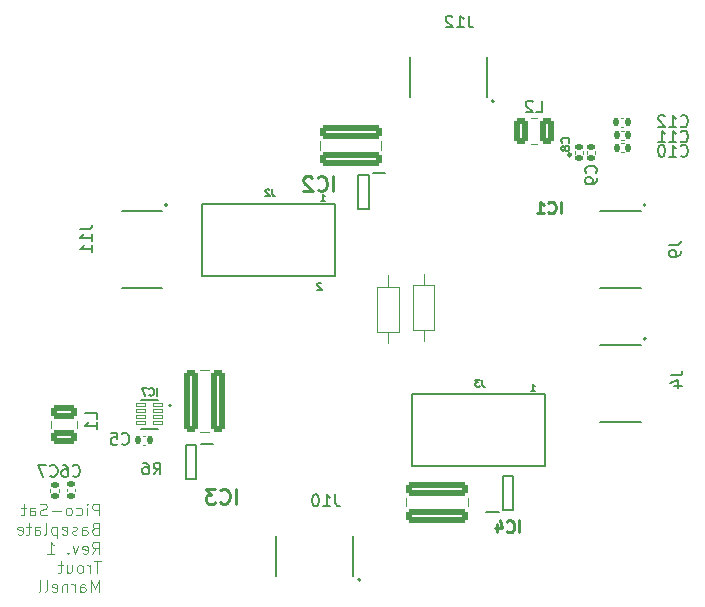
<source format=gbo>
G04 #@! TF.GenerationSoftware,KiCad,Pcbnew,7.0.2*
G04 #@! TF.CreationDate,2023-06-06T15:13:29-04:00*
G04 #@! TF.ProjectId,baseplate,62617365-706c-4617-9465-2e6b69636164,rev?*
G04 #@! TF.SameCoordinates,Original*
G04 #@! TF.FileFunction,Legend,Bot*
G04 #@! TF.FilePolarity,Positive*
%FSLAX46Y46*%
G04 Gerber Fmt 4.6, Leading zero omitted, Abs format (unit mm)*
G04 Created by KiCad (PCBNEW 7.0.2) date 2023-06-06 15:13:29*
%MOMM*%
%LPD*%
G01*
G04 APERTURE LIST*
G04 Aperture macros list*
%AMRoundRect*
0 Rectangle with rounded corners*
0 $1 Rounding radius*
0 $2 $3 $4 $5 $6 $7 $8 $9 X,Y pos of 4 corners*
0 Add a 4 corners polygon primitive as box body*
4,1,4,$2,$3,$4,$5,$6,$7,$8,$9,$2,$3,0*
0 Add four circle primitives for the rounded corners*
1,1,$1+$1,$2,$3*
1,1,$1+$1,$4,$5*
1,1,$1+$1,$6,$7*
1,1,$1+$1,$8,$9*
0 Add four rect primitives between the rounded corners*
20,1,$1+$1,$2,$3,$4,$5,0*
20,1,$1+$1,$4,$5,$6,$7,0*
20,1,$1+$1,$6,$7,$8,$9,0*
20,1,$1+$1,$8,$9,$2,$3,0*%
G04 Aperture macros list end*
%ADD10C,0.100000*%
%ADD11C,0.150000*%
%ADD12C,0.250000*%
%ADD13C,0.254000*%
%ADD14C,0.127000*%
%ADD15C,0.120000*%
%ADD16C,0.200000*%
%ADD17R,1.800000X1.800000*%
%ADD18C,1.800000*%
%ADD19R,0.736600X1.676400*%
%ADD20RoundRect,0.140000X-0.170000X0.140000X-0.170000X-0.140000X0.170000X-0.140000X0.170000X0.140000X0*%
%ADD21RoundRect,0.140000X-0.140000X-0.170000X0.140000X-0.170000X0.140000X0.170000X-0.140000X0.170000X0*%
%ADD22RoundRect,0.250000X2.350000X-0.325000X2.350000X0.325000X-2.350000X0.325000X-2.350000X-0.325000X0*%
%ADD23R,0.740000X2.790000*%
%ADD24RoundRect,0.008100X0.421900X0.126900X-0.421900X0.126900X-0.421900X-0.126900X0.421900X-0.126900X0*%
%ADD25R,0.650000X0.300000*%
%ADD26R,1.750000X2.750000*%
%ADD27RoundRect,0.140000X0.140000X0.170000X-0.140000X0.170000X-0.140000X-0.170000X0.140000X-0.170000X0*%
%ADD28R,0.150000X0.250000*%
%ADD29R,0.500000X0.250000*%
%ADD30R,2.790000X0.740000*%
%ADD31R,1.050000X0.450000*%
%ADD32RoundRect,0.250000X0.850000X-0.375000X0.850000X0.375000X-0.850000X0.375000X-0.850000X-0.375000X0*%
%ADD33RoundRect,0.250000X-0.325000X-2.350000X0.325000X-2.350000X0.325000X2.350000X-0.325000X2.350000X0*%
%ADD34C,1.400000*%
%ADD35O,1.400000X1.400000*%
%ADD36RoundRect,0.250000X0.375000X0.850000X-0.375000X0.850000X-0.375000X-0.850000X0.375000X-0.850000X0*%
G04 APERTURE END LIST*
D10*
X73091904Y-79837619D02*
X73091904Y-78837619D01*
X73091904Y-78837619D02*
X72710952Y-78837619D01*
X72710952Y-78837619D02*
X72615714Y-78885238D01*
X72615714Y-78885238D02*
X72568095Y-78932857D01*
X72568095Y-78932857D02*
X72520476Y-79028095D01*
X72520476Y-79028095D02*
X72520476Y-79170952D01*
X72520476Y-79170952D02*
X72568095Y-79266190D01*
X72568095Y-79266190D02*
X72615714Y-79313809D01*
X72615714Y-79313809D02*
X72710952Y-79361428D01*
X72710952Y-79361428D02*
X73091904Y-79361428D01*
X72091904Y-79837619D02*
X72091904Y-79170952D01*
X72091904Y-78837619D02*
X72139523Y-78885238D01*
X72139523Y-78885238D02*
X72091904Y-78932857D01*
X72091904Y-78932857D02*
X72044285Y-78885238D01*
X72044285Y-78885238D02*
X72091904Y-78837619D01*
X72091904Y-78837619D02*
X72091904Y-78932857D01*
X71187143Y-79790000D02*
X71282381Y-79837619D01*
X71282381Y-79837619D02*
X71472857Y-79837619D01*
X71472857Y-79837619D02*
X71568095Y-79790000D01*
X71568095Y-79790000D02*
X71615714Y-79742380D01*
X71615714Y-79742380D02*
X71663333Y-79647142D01*
X71663333Y-79647142D02*
X71663333Y-79361428D01*
X71663333Y-79361428D02*
X71615714Y-79266190D01*
X71615714Y-79266190D02*
X71568095Y-79218571D01*
X71568095Y-79218571D02*
X71472857Y-79170952D01*
X71472857Y-79170952D02*
X71282381Y-79170952D01*
X71282381Y-79170952D02*
X71187143Y-79218571D01*
X70615714Y-79837619D02*
X70710952Y-79790000D01*
X70710952Y-79790000D02*
X70758571Y-79742380D01*
X70758571Y-79742380D02*
X70806190Y-79647142D01*
X70806190Y-79647142D02*
X70806190Y-79361428D01*
X70806190Y-79361428D02*
X70758571Y-79266190D01*
X70758571Y-79266190D02*
X70710952Y-79218571D01*
X70710952Y-79218571D02*
X70615714Y-79170952D01*
X70615714Y-79170952D02*
X70472857Y-79170952D01*
X70472857Y-79170952D02*
X70377619Y-79218571D01*
X70377619Y-79218571D02*
X70330000Y-79266190D01*
X70330000Y-79266190D02*
X70282381Y-79361428D01*
X70282381Y-79361428D02*
X70282381Y-79647142D01*
X70282381Y-79647142D02*
X70330000Y-79742380D01*
X70330000Y-79742380D02*
X70377619Y-79790000D01*
X70377619Y-79790000D02*
X70472857Y-79837619D01*
X70472857Y-79837619D02*
X70615714Y-79837619D01*
X69853809Y-79456666D02*
X69091905Y-79456666D01*
X68663333Y-79790000D02*
X68520476Y-79837619D01*
X68520476Y-79837619D02*
X68282381Y-79837619D01*
X68282381Y-79837619D02*
X68187143Y-79790000D01*
X68187143Y-79790000D02*
X68139524Y-79742380D01*
X68139524Y-79742380D02*
X68091905Y-79647142D01*
X68091905Y-79647142D02*
X68091905Y-79551904D01*
X68091905Y-79551904D02*
X68139524Y-79456666D01*
X68139524Y-79456666D02*
X68187143Y-79409047D01*
X68187143Y-79409047D02*
X68282381Y-79361428D01*
X68282381Y-79361428D02*
X68472857Y-79313809D01*
X68472857Y-79313809D02*
X68568095Y-79266190D01*
X68568095Y-79266190D02*
X68615714Y-79218571D01*
X68615714Y-79218571D02*
X68663333Y-79123333D01*
X68663333Y-79123333D02*
X68663333Y-79028095D01*
X68663333Y-79028095D02*
X68615714Y-78932857D01*
X68615714Y-78932857D02*
X68568095Y-78885238D01*
X68568095Y-78885238D02*
X68472857Y-78837619D01*
X68472857Y-78837619D02*
X68234762Y-78837619D01*
X68234762Y-78837619D02*
X68091905Y-78885238D01*
X67234762Y-79837619D02*
X67234762Y-79313809D01*
X67234762Y-79313809D02*
X67282381Y-79218571D01*
X67282381Y-79218571D02*
X67377619Y-79170952D01*
X67377619Y-79170952D02*
X67568095Y-79170952D01*
X67568095Y-79170952D02*
X67663333Y-79218571D01*
X67234762Y-79790000D02*
X67330000Y-79837619D01*
X67330000Y-79837619D02*
X67568095Y-79837619D01*
X67568095Y-79837619D02*
X67663333Y-79790000D01*
X67663333Y-79790000D02*
X67710952Y-79694761D01*
X67710952Y-79694761D02*
X67710952Y-79599523D01*
X67710952Y-79599523D02*
X67663333Y-79504285D01*
X67663333Y-79504285D02*
X67568095Y-79456666D01*
X67568095Y-79456666D02*
X67330000Y-79456666D01*
X67330000Y-79456666D02*
X67234762Y-79409047D01*
X66901428Y-79170952D02*
X66520476Y-79170952D01*
X66758571Y-78837619D02*
X66758571Y-79694761D01*
X66758571Y-79694761D02*
X66710952Y-79790000D01*
X66710952Y-79790000D02*
X66615714Y-79837619D01*
X66615714Y-79837619D02*
X66520476Y-79837619D01*
X72758571Y-80933809D02*
X72615714Y-80981428D01*
X72615714Y-80981428D02*
X72568095Y-81029047D01*
X72568095Y-81029047D02*
X72520476Y-81124285D01*
X72520476Y-81124285D02*
X72520476Y-81267142D01*
X72520476Y-81267142D02*
X72568095Y-81362380D01*
X72568095Y-81362380D02*
X72615714Y-81410000D01*
X72615714Y-81410000D02*
X72710952Y-81457619D01*
X72710952Y-81457619D02*
X73091904Y-81457619D01*
X73091904Y-81457619D02*
X73091904Y-80457619D01*
X73091904Y-80457619D02*
X72758571Y-80457619D01*
X72758571Y-80457619D02*
X72663333Y-80505238D01*
X72663333Y-80505238D02*
X72615714Y-80552857D01*
X72615714Y-80552857D02*
X72568095Y-80648095D01*
X72568095Y-80648095D02*
X72568095Y-80743333D01*
X72568095Y-80743333D02*
X72615714Y-80838571D01*
X72615714Y-80838571D02*
X72663333Y-80886190D01*
X72663333Y-80886190D02*
X72758571Y-80933809D01*
X72758571Y-80933809D02*
X73091904Y-80933809D01*
X71663333Y-81457619D02*
X71663333Y-80933809D01*
X71663333Y-80933809D02*
X71710952Y-80838571D01*
X71710952Y-80838571D02*
X71806190Y-80790952D01*
X71806190Y-80790952D02*
X71996666Y-80790952D01*
X71996666Y-80790952D02*
X72091904Y-80838571D01*
X71663333Y-81410000D02*
X71758571Y-81457619D01*
X71758571Y-81457619D02*
X71996666Y-81457619D01*
X71996666Y-81457619D02*
X72091904Y-81410000D01*
X72091904Y-81410000D02*
X72139523Y-81314761D01*
X72139523Y-81314761D02*
X72139523Y-81219523D01*
X72139523Y-81219523D02*
X72091904Y-81124285D01*
X72091904Y-81124285D02*
X71996666Y-81076666D01*
X71996666Y-81076666D02*
X71758571Y-81076666D01*
X71758571Y-81076666D02*
X71663333Y-81029047D01*
X71234761Y-81410000D02*
X71139523Y-81457619D01*
X71139523Y-81457619D02*
X70949047Y-81457619D01*
X70949047Y-81457619D02*
X70853809Y-81410000D01*
X70853809Y-81410000D02*
X70806190Y-81314761D01*
X70806190Y-81314761D02*
X70806190Y-81267142D01*
X70806190Y-81267142D02*
X70853809Y-81171904D01*
X70853809Y-81171904D02*
X70949047Y-81124285D01*
X70949047Y-81124285D02*
X71091904Y-81124285D01*
X71091904Y-81124285D02*
X71187142Y-81076666D01*
X71187142Y-81076666D02*
X71234761Y-80981428D01*
X71234761Y-80981428D02*
X71234761Y-80933809D01*
X71234761Y-80933809D02*
X71187142Y-80838571D01*
X71187142Y-80838571D02*
X71091904Y-80790952D01*
X71091904Y-80790952D02*
X70949047Y-80790952D01*
X70949047Y-80790952D02*
X70853809Y-80838571D01*
X69996666Y-81410000D02*
X70091904Y-81457619D01*
X70091904Y-81457619D02*
X70282380Y-81457619D01*
X70282380Y-81457619D02*
X70377618Y-81410000D01*
X70377618Y-81410000D02*
X70425237Y-81314761D01*
X70425237Y-81314761D02*
X70425237Y-80933809D01*
X70425237Y-80933809D02*
X70377618Y-80838571D01*
X70377618Y-80838571D02*
X70282380Y-80790952D01*
X70282380Y-80790952D02*
X70091904Y-80790952D01*
X70091904Y-80790952D02*
X69996666Y-80838571D01*
X69996666Y-80838571D02*
X69949047Y-80933809D01*
X69949047Y-80933809D02*
X69949047Y-81029047D01*
X69949047Y-81029047D02*
X70425237Y-81124285D01*
X69520475Y-80790952D02*
X69520475Y-81790952D01*
X69520475Y-80838571D02*
X69425237Y-80790952D01*
X69425237Y-80790952D02*
X69234761Y-80790952D01*
X69234761Y-80790952D02*
X69139523Y-80838571D01*
X69139523Y-80838571D02*
X69091904Y-80886190D01*
X69091904Y-80886190D02*
X69044285Y-80981428D01*
X69044285Y-80981428D02*
X69044285Y-81267142D01*
X69044285Y-81267142D02*
X69091904Y-81362380D01*
X69091904Y-81362380D02*
X69139523Y-81410000D01*
X69139523Y-81410000D02*
X69234761Y-81457619D01*
X69234761Y-81457619D02*
X69425237Y-81457619D01*
X69425237Y-81457619D02*
X69520475Y-81410000D01*
X68472856Y-81457619D02*
X68568094Y-81410000D01*
X68568094Y-81410000D02*
X68615713Y-81314761D01*
X68615713Y-81314761D02*
X68615713Y-80457619D01*
X67663332Y-81457619D02*
X67663332Y-80933809D01*
X67663332Y-80933809D02*
X67710951Y-80838571D01*
X67710951Y-80838571D02*
X67806189Y-80790952D01*
X67806189Y-80790952D02*
X67996665Y-80790952D01*
X67996665Y-80790952D02*
X68091903Y-80838571D01*
X67663332Y-81410000D02*
X67758570Y-81457619D01*
X67758570Y-81457619D02*
X67996665Y-81457619D01*
X67996665Y-81457619D02*
X68091903Y-81410000D01*
X68091903Y-81410000D02*
X68139522Y-81314761D01*
X68139522Y-81314761D02*
X68139522Y-81219523D01*
X68139522Y-81219523D02*
X68091903Y-81124285D01*
X68091903Y-81124285D02*
X67996665Y-81076666D01*
X67996665Y-81076666D02*
X67758570Y-81076666D01*
X67758570Y-81076666D02*
X67663332Y-81029047D01*
X67329998Y-80790952D02*
X66949046Y-80790952D01*
X67187141Y-80457619D02*
X67187141Y-81314761D01*
X67187141Y-81314761D02*
X67139522Y-81410000D01*
X67139522Y-81410000D02*
X67044284Y-81457619D01*
X67044284Y-81457619D02*
X66949046Y-81457619D01*
X66234760Y-81410000D02*
X66329998Y-81457619D01*
X66329998Y-81457619D02*
X66520474Y-81457619D01*
X66520474Y-81457619D02*
X66615712Y-81410000D01*
X66615712Y-81410000D02*
X66663331Y-81314761D01*
X66663331Y-81314761D02*
X66663331Y-80933809D01*
X66663331Y-80933809D02*
X66615712Y-80838571D01*
X66615712Y-80838571D02*
X66520474Y-80790952D01*
X66520474Y-80790952D02*
X66329998Y-80790952D01*
X66329998Y-80790952D02*
X66234760Y-80838571D01*
X66234760Y-80838571D02*
X66187141Y-80933809D01*
X66187141Y-80933809D02*
X66187141Y-81029047D01*
X66187141Y-81029047D02*
X66663331Y-81124285D01*
X72520476Y-83077619D02*
X72853809Y-82601428D01*
X73091904Y-83077619D02*
X73091904Y-82077619D01*
X73091904Y-82077619D02*
X72710952Y-82077619D01*
X72710952Y-82077619D02*
X72615714Y-82125238D01*
X72615714Y-82125238D02*
X72568095Y-82172857D01*
X72568095Y-82172857D02*
X72520476Y-82268095D01*
X72520476Y-82268095D02*
X72520476Y-82410952D01*
X72520476Y-82410952D02*
X72568095Y-82506190D01*
X72568095Y-82506190D02*
X72615714Y-82553809D01*
X72615714Y-82553809D02*
X72710952Y-82601428D01*
X72710952Y-82601428D02*
X73091904Y-82601428D01*
X71710952Y-83030000D02*
X71806190Y-83077619D01*
X71806190Y-83077619D02*
X71996666Y-83077619D01*
X71996666Y-83077619D02*
X72091904Y-83030000D01*
X72091904Y-83030000D02*
X72139523Y-82934761D01*
X72139523Y-82934761D02*
X72139523Y-82553809D01*
X72139523Y-82553809D02*
X72091904Y-82458571D01*
X72091904Y-82458571D02*
X71996666Y-82410952D01*
X71996666Y-82410952D02*
X71806190Y-82410952D01*
X71806190Y-82410952D02*
X71710952Y-82458571D01*
X71710952Y-82458571D02*
X71663333Y-82553809D01*
X71663333Y-82553809D02*
X71663333Y-82649047D01*
X71663333Y-82649047D02*
X72139523Y-82744285D01*
X71329999Y-82410952D02*
X71091904Y-83077619D01*
X71091904Y-83077619D02*
X70853809Y-82410952D01*
X70472856Y-82982380D02*
X70425237Y-83030000D01*
X70425237Y-83030000D02*
X70472856Y-83077619D01*
X70472856Y-83077619D02*
X70520475Y-83030000D01*
X70520475Y-83030000D02*
X70472856Y-82982380D01*
X70472856Y-82982380D02*
X70472856Y-83077619D01*
X68710952Y-83077619D02*
X69282380Y-83077619D01*
X68996666Y-83077619D02*
X68996666Y-82077619D01*
X68996666Y-82077619D02*
X69091904Y-82220476D01*
X69091904Y-82220476D02*
X69187142Y-82315714D01*
X69187142Y-82315714D02*
X69282380Y-82363333D01*
X73234761Y-83697619D02*
X72663333Y-83697619D01*
X72949047Y-84697619D02*
X72949047Y-83697619D01*
X72329999Y-84697619D02*
X72329999Y-84030952D01*
X72329999Y-84221428D02*
X72282380Y-84126190D01*
X72282380Y-84126190D02*
X72234761Y-84078571D01*
X72234761Y-84078571D02*
X72139523Y-84030952D01*
X72139523Y-84030952D02*
X72044285Y-84030952D01*
X71568094Y-84697619D02*
X71663332Y-84650000D01*
X71663332Y-84650000D02*
X71710951Y-84602380D01*
X71710951Y-84602380D02*
X71758570Y-84507142D01*
X71758570Y-84507142D02*
X71758570Y-84221428D01*
X71758570Y-84221428D02*
X71710951Y-84126190D01*
X71710951Y-84126190D02*
X71663332Y-84078571D01*
X71663332Y-84078571D02*
X71568094Y-84030952D01*
X71568094Y-84030952D02*
X71425237Y-84030952D01*
X71425237Y-84030952D02*
X71329999Y-84078571D01*
X71329999Y-84078571D02*
X71282380Y-84126190D01*
X71282380Y-84126190D02*
X71234761Y-84221428D01*
X71234761Y-84221428D02*
X71234761Y-84507142D01*
X71234761Y-84507142D02*
X71282380Y-84602380D01*
X71282380Y-84602380D02*
X71329999Y-84650000D01*
X71329999Y-84650000D02*
X71425237Y-84697619D01*
X71425237Y-84697619D02*
X71568094Y-84697619D01*
X70377618Y-84030952D02*
X70377618Y-84697619D01*
X70806189Y-84030952D02*
X70806189Y-84554761D01*
X70806189Y-84554761D02*
X70758570Y-84650000D01*
X70758570Y-84650000D02*
X70663332Y-84697619D01*
X70663332Y-84697619D02*
X70520475Y-84697619D01*
X70520475Y-84697619D02*
X70425237Y-84650000D01*
X70425237Y-84650000D02*
X70377618Y-84602380D01*
X70044284Y-84030952D02*
X69663332Y-84030952D01*
X69901427Y-83697619D02*
X69901427Y-84554761D01*
X69901427Y-84554761D02*
X69853808Y-84650000D01*
X69853808Y-84650000D02*
X69758570Y-84697619D01*
X69758570Y-84697619D02*
X69663332Y-84697619D01*
X73091904Y-86317619D02*
X73091904Y-85317619D01*
X73091904Y-85317619D02*
X72758571Y-86031904D01*
X72758571Y-86031904D02*
X72425238Y-85317619D01*
X72425238Y-85317619D02*
X72425238Y-86317619D01*
X71520476Y-86317619D02*
X71520476Y-85793809D01*
X71520476Y-85793809D02*
X71568095Y-85698571D01*
X71568095Y-85698571D02*
X71663333Y-85650952D01*
X71663333Y-85650952D02*
X71853809Y-85650952D01*
X71853809Y-85650952D02*
X71949047Y-85698571D01*
X71520476Y-86270000D02*
X71615714Y-86317619D01*
X71615714Y-86317619D02*
X71853809Y-86317619D01*
X71853809Y-86317619D02*
X71949047Y-86270000D01*
X71949047Y-86270000D02*
X71996666Y-86174761D01*
X71996666Y-86174761D02*
X71996666Y-86079523D01*
X71996666Y-86079523D02*
X71949047Y-85984285D01*
X71949047Y-85984285D02*
X71853809Y-85936666D01*
X71853809Y-85936666D02*
X71615714Y-85936666D01*
X71615714Y-85936666D02*
X71520476Y-85889047D01*
X71044285Y-86317619D02*
X71044285Y-85650952D01*
X71044285Y-85841428D02*
X70996666Y-85746190D01*
X70996666Y-85746190D02*
X70949047Y-85698571D01*
X70949047Y-85698571D02*
X70853809Y-85650952D01*
X70853809Y-85650952D02*
X70758571Y-85650952D01*
X70425237Y-85650952D02*
X70425237Y-86317619D01*
X70425237Y-85746190D02*
X70377618Y-85698571D01*
X70377618Y-85698571D02*
X70282380Y-85650952D01*
X70282380Y-85650952D02*
X70139523Y-85650952D01*
X70139523Y-85650952D02*
X70044285Y-85698571D01*
X70044285Y-85698571D02*
X69996666Y-85793809D01*
X69996666Y-85793809D02*
X69996666Y-86317619D01*
X69139523Y-86270000D02*
X69234761Y-86317619D01*
X69234761Y-86317619D02*
X69425237Y-86317619D01*
X69425237Y-86317619D02*
X69520475Y-86270000D01*
X69520475Y-86270000D02*
X69568094Y-86174761D01*
X69568094Y-86174761D02*
X69568094Y-85793809D01*
X69568094Y-85793809D02*
X69520475Y-85698571D01*
X69520475Y-85698571D02*
X69425237Y-85650952D01*
X69425237Y-85650952D02*
X69234761Y-85650952D01*
X69234761Y-85650952D02*
X69139523Y-85698571D01*
X69139523Y-85698571D02*
X69091904Y-85793809D01*
X69091904Y-85793809D02*
X69091904Y-85889047D01*
X69091904Y-85889047D02*
X69568094Y-85984285D01*
X68520475Y-86317619D02*
X68615713Y-86270000D01*
X68615713Y-86270000D02*
X68663332Y-86174761D01*
X68663332Y-86174761D02*
X68663332Y-85317619D01*
X67996665Y-86317619D02*
X68091903Y-86270000D01*
X68091903Y-86270000D02*
X68139522Y-86174761D01*
X68139522Y-86174761D02*
X68139522Y-85317619D01*
D11*
X105552625Y-68332414D02*
X105552625Y-68761806D01*
X105552625Y-68761806D02*
X105581251Y-68847684D01*
X105581251Y-68847684D02*
X105638503Y-68904937D01*
X105638503Y-68904937D02*
X105724382Y-68933563D01*
X105724382Y-68933563D02*
X105781634Y-68933563D01*
X105323616Y-68332414D02*
X104951476Y-68332414D01*
X104951476Y-68332414D02*
X105151859Y-68561423D01*
X105151859Y-68561423D02*
X105065981Y-68561423D01*
X105065981Y-68561423D02*
X105008729Y-68590049D01*
X105008729Y-68590049D02*
X104980102Y-68618675D01*
X104980102Y-68618675D02*
X104951476Y-68675927D01*
X104951476Y-68675927D02*
X104951476Y-68819058D01*
X104951476Y-68819058D02*
X104980102Y-68876310D01*
X104980102Y-68876310D02*
X105008729Y-68904937D01*
X105008729Y-68904937D02*
X105065981Y-68933563D01*
X105065981Y-68933563D02*
X105237738Y-68933563D01*
X105237738Y-68933563D02*
X105294990Y-68904937D01*
X105294990Y-68904937D02*
X105323616Y-68876310D01*
X109633858Y-69315395D02*
X109977361Y-69315395D01*
X109805610Y-69315395D02*
X109805610Y-68714264D01*
X109805610Y-68714264D02*
X109862860Y-68800140D01*
X109862860Y-68800140D02*
X109920111Y-68857390D01*
X109920111Y-68857390D02*
X109977361Y-68886016D01*
X70866666Y-76467380D02*
X70914285Y-76515000D01*
X70914285Y-76515000D02*
X71057142Y-76562619D01*
X71057142Y-76562619D02*
X71152380Y-76562619D01*
X71152380Y-76562619D02*
X71295237Y-76515000D01*
X71295237Y-76515000D02*
X71390475Y-76419761D01*
X71390475Y-76419761D02*
X71438094Y-76324523D01*
X71438094Y-76324523D02*
X71485713Y-76134047D01*
X71485713Y-76134047D02*
X71485713Y-75991190D01*
X71485713Y-75991190D02*
X71438094Y-75800714D01*
X71438094Y-75800714D02*
X71390475Y-75705476D01*
X71390475Y-75705476D02*
X71295237Y-75610238D01*
X71295237Y-75610238D02*
X71152380Y-75562619D01*
X71152380Y-75562619D02*
X71057142Y-75562619D01*
X71057142Y-75562619D02*
X70914285Y-75610238D01*
X70914285Y-75610238D02*
X70866666Y-75657857D01*
X70009523Y-75562619D02*
X70199999Y-75562619D01*
X70199999Y-75562619D02*
X70295237Y-75610238D01*
X70295237Y-75610238D02*
X70342856Y-75657857D01*
X70342856Y-75657857D02*
X70438094Y-75800714D01*
X70438094Y-75800714D02*
X70485713Y-75991190D01*
X70485713Y-75991190D02*
X70485713Y-76372142D01*
X70485713Y-76372142D02*
X70438094Y-76467380D01*
X70438094Y-76467380D02*
X70390475Y-76515000D01*
X70390475Y-76515000D02*
X70295237Y-76562619D01*
X70295237Y-76562619D02*
X70104761Y-76562619D01*
X70104761Y-76562619D02*
X70009523Y-76515000D01*
X70009523Y-76515000D02*
X69961904Y-76467380D01*
X69961904Y-76467380D02*
X69914285Y-76372142D01*
X69914285Y-76372142D02*
X69914285Y-76134047D01*
X69914285Y-76134047D02*
X69961904Y-76038809D01*
X69961904Y-76038809D02*
X70009523Y-75991190D01*
X70009523Y-75991190D02*
X70104761Y-75943571D01*
X70104761Y-75943571D02*
X70295237Y-75943571D01*
X70295237Y-75943571D02*
X70390475Y-75991190D01*
X70390475Y-75991190D02*
X70438094Y-76038809D01*
X70438094Y-76038809D02*
X70485713Y-76134047D01*
X122342857Y-46867380D02*
X122390476Y-46915000D01*
X122390476Y-46915000D02*
X122533333Y-46962619D01*
X122533333Y-46962619D02*
X122628571Y-46962619D01*
X122628571Y-46962619D02*
X122771428Y-46915000D01*
X122771428Y-46915000D02*
X122866666Y-46819761D01*
X122866666Y-46819761D02*
X122914285Y-46724523D01*
X122914285Y-46724523D02*
X122961904Y-46534047D01*
X122961904Y-46534047D02*
X122961904Y-46391190D01*
X122961904Y-46391190D02*
X122914285Y-46200714D01*
X122914285Y-46200714D02*
X122866666Y-46105476D01*
X122866666Y-46105476D02*
X122771428Y-46010238D01*
X122771428Y-46010238D02*
X122628571Y-45962619D01*
X122628571Y-45962619D02*
X122533333Y-45962619D01*
X122533333Y-45962619D02*
X122390476Y-46010238D01*
X122390476Y-46010238D02*
X122342857Y-46057857D01*
X121390476Y-46962619D02*
X121961904Y-46962619D01*
X121676190Y-46962619D02*
X121676190Y-45962619D01*
X121676190Y-45962619D02*
X121771428Y-46105476D01*
X121771428Y-46105476D02*
X121866666Y-46200714D01*
X121866666Y-46200714D02*
X121961904Y-46248333D01*
X121009523Y-46057857D02*
X120961904Y-46010238D01*
X120961904Y-46010238D02*
X120866666Y-45962619D01*
X120866666Y-45962619D02*
X120628571Y-45962619D01*
X120628571Y-45962619D02*
X120533333Y-46010238D01*
X120533333Y-46010238D02*
X120485714Y-46057857D01*
X120485714Y-46057857D02*
X120438095Y-46153095D01*
X120438095Y-46153095D02*
X120438095Y-46248333D01*
X120438095Y-46248333D02*
X120485714Y-46391190D01*
X120485714Y-46391190D02*
X121057142Y-46962619D01*
X121057142Y-46962619D02*
X120438095Y-46962619D01*
X122342857Y-48167380D02*
X122390476Y-48215000D01*
X122390476Y-48215000D02*
X122533333Y-48262619D01*
X122533333Y-48262619D02*
X122628571Y-48262619D01*
X122628571Y-48262619D02*
X122771428Y-48215000D01*
X122771428Y-48215000D02*
X122866666Y-48119761D01*
X122866666Y-48119761D02*
X122914285Y-48024523D01*
X122914285Y-48024523D02*
X122961904Y-47834047D01*
X122961904Y-47834047D02*
X122961904Y-47691190D01*
X122961904Y-47691190D02*
X122914285Y-47500714D01*
X122914285Y-47500714D02*
X122866666Y-47405476D01*
X122866666Y-47405476D02*
X122771428Y-47310238D01*
X122771428Y-47310238D02*
X122628571Y-47262619D01*
X122628571Y-47262619D02*
X122533333Y-47262619D01*
X122533333Y-47262619D02*
X122390476Y-47310238D01*
X122390476Y-47310238D02*
X122342857Y-47357857D01*
X121390476Y-48262619D02*
X121961904Y-48262619D01*
X121676190Y-48262619D02*
X121676190Y-47262619D01*
X121676190Y-47262619D02*
X121771428Y-47405476D01*
X121771428Y-47405476D02*
X121866666Y-47500714D01*
X121866666Y-47500714D02*
X121961904Y-47548333D01*
X120438095Y-48262619D02*
X121009523Y-48262619D01*
X120723809Y-48262619D02*
X120723809Y-47262619D01*
X120723809Y-47262619D02*
X120819047Y-47405476D01*
X120819047Y-47405476D02*
X120914285Y-47500714D01*
X120914285Y-47500714D02*
X121009523Y-47548333D01*
X104400523Y-37516619D02*
X104400523Y-38230904D01*
X104400523Y-38230904D02*
X104448142Y-38373761D01*
X104448142Y-38373761D02*
X104543380Y-38469000D01*
X104543380Y-38469000D02*
X104686237Y-38516619D01*
X104686237Y-38516619D02*
X104781475Y-38516619D01*
X103400523Y-38516619D02*
X103971951Y-38516619D01*
X103686237Y-38516619D02*
X103686237Y-37516619D01*
X103686237Y-37516619D02*
X103781475Y-37659476D01*
X103781475Y-37659476D02*
X103876713Y-37754714D01*
X103876713Y-37754714D02*
X103971951Y-37802333D01*
X103019570Y-37611857D02*
X102971951Y-37564238D01*
X102971951Y-37564238D02*
X102876713Y-37516619D01*
X102876713Y-37516619D02*
X102638618Y-37516619D01*
X102638618Y-37516619D02*
X102543380Y-37564238D01*
X102543380Y-37564238D02*
X102495761Y-37611857D01*
X102495761Y-37611857D02*
X102448142Y-37707095D01*
X102448142Y-37707095D02*
X102448142Y-37802333D01*
X102448142Y-37802333D02*
X102495761Y-37945190D01*
X102495761Y-37945190D02*
X103067189Y-38516619D01*
X103067189Y-38516619D02*
X102448142Y-38516619D01*
X68966666Y-76467380D02*
X69014285Y-76515000D01*
X69014285Y-76515000D02*
X69157142Y-76562619D01*
X69157142Y-76562619D02*
X69252380Y-76562619D01*
X69252380Y-76562619D02*
X69395237Y-76515000D01*
X69395237Y-76515000D02*
X69490475Y-76419761D01*
X69490475Y-76419761D02*
X69538094Y-76324523D01*
X69538094Y-76324523D02*
X69585713Y-76134047D01*
X69585713Y-76134047D02*
X69585713Y-75991190D01*
X69585713Y-75991190D02*
X69538094Y-75800714D01*
X69538094Y-75800714D02*
X69490475Y-75705476D01*
X69490475Y-75705476D02*
X69395237Y-75610238D01*
X69395237Y-75610238D02*
X69252380Y-75562619D01*
X69252380Y-75562619D02*
X69157142Y-75562619D01*
X69157142Y-75562619D02*
X69014285Y-75610238D01*
X69014285Y-75610238D02*
X68966666Y-75657857D01*
X68633332Y-75562619D02*
X67966666Y-75562619D01*
X67966666Y-75562619D02*
X68395237Y-76562619D01*
X78024762Y-69696076D02*
X78024762Y-69056076D01*
X77354285Y-69635123D02*
X77384761Y-69665600D01*
X77384761Y-69665600D02*
X77476190Y-69696076D01*
X77476190Y-69696076D02*
X77537142Y-69696076D01*
X77537142Y-69696076D02*
X77628571Y-69665600D01*
X77628571Y-69665600D02*
X77689523Y-69604647D01*
X77689523Y-69604647D02*
X77720000Y-69543695D01*
X77720000Y-69543695D02*
X77750476Y-69421790D01*
X77750476Y-69421790D02*
X77750476Y-69330361D01*
X77750476Y-69330361D02*
X77720000Y-69208457D01*
X77720000Y-69208457D02*
X77689523Y-69147504D01*
X77689523Y-69147504D02*
X77628571Y-69086552D01*
X77628571Y-69086552D02*
X77537142Y-69056076D01*
X77537142Y-69056076D02*
X77476190Y-69056076D01*
X77476190Y-69056076D02*
X77384761Y-69086552D01*
X77384761Y-69086552D02*
X77354285Y-69117028D01*
X77140952Y-69056076D02*
X76714285Y-69056076D01*
X76714285Y-69056076D02*
X76988571Y-69696076D01*
D12*
X112176189Y-54262619D02*
X112176189Y-53262619D01*
X111128571Y-54167380D02*
X111176190Y-54215000D01*
X111176190Y-54215000D02*
X111319047Y-54262619D01*
X111319047Y-54262619D02*
X111414285Y-54262619D01*
X111414285Y-54262619D02*
X111557142Y-54215000D01*
X111557142Y-54215000D02*
X111652380Y-54119761D01*
X111652380Y-54119761D02*
X111699999Y-54024523D01*
X111699999Y-54024523D02*
X111747618Y-53834047D01*
X111747618Y-53834047D02*
X111747618Y-53691190D01*
X111747618Y-53691190D02*
X111699999Y-53500714D01*
X111699999Y-53500714D02*
X111652380Y-53405476D01*
X111652380Y-53405476D02*
X111557142Y-53310238D01*
X111557142Y-53310238D02*
X111414285Y-53262619D01*
X111414285Y-53262619D02*
X111319047Y-53262619D01*
X111319047Y-53262619D02*
X111176190Y-53310238D01*
X111176190Y-53310238D02*
X111128571Y-53357857D01*
X110176190Y-54262619D02*
X110747618Y-54262619D01*
X110461904Y-54262619D02*
X110461904Y-53262619D01*
X110461904Y-53262619D02*
X110557142Y-53405476D01*
X110557142Y-53405476D02*
X110652380Y-53500714D01*
X110652380Y-53500714D02*
X110747618Y-53548333D01*
D11*
X75026666Y-73757380D02*
X75074285Y-73805000D01*
X75074285Y-73805000D02*
X75217142Y-73852619D01*
X75217142Y-73852619D02*
X75312380Y-73852619D01*
X75312380Y-73852619D02*
X75455237Y-73805000D01*
X75455237Y-73805000D02*
X75550475Y-73709761D01*
X75550475Y-73709761D02*
X75598094Y-73614523D01*
X75598094Y-73614523D02*
X75645713Y-73424047D01*
X75645713Y-73424047D02*
X75645713Y-73281190D01*
X75645713Y-73281190D02*
X75598094Y-73090714D01*
X75598094Y-73090714D02*
X75550475Y-72995476D01*
X75550475Y-72995476D02*
X75455237Y-72900238D01*
X75455237Y-72900238D02*
X75312380Y-72852619D01*
X75312380Y-72852619D02*
X75217142Y-72852619D01*
X75217142Y-72852619D02*
X75074285Y-72900238D01*
X75074285Y-72900238D02*
X75026666Y-72947857D01*
X74121904Y-72852619D02*
X74598094Y-72852619D01*
X74598094Y-72852619D02*
X74645713Y-73328809D01*
X74645713Y-73328809D02*
X74598094Y-73281190D01*
X74598094Y-73281190D02*
X74502856Y-73233571D01*
X74502856Y-73233571D02*
X74264761Y-73233571D01*
X74264761Y-73233571D02*
X74169523Y-73281190D01*
X74169523Y-73281190D02*
X74121904Y-73328809D01*
X74121904Y-73328809D02*
X74074285Y-73424047D01*
X74074285Y-73424047D02*
X74074285Y-73662142D01*
X74074285Y-73662142D02*
X74121904Y-73757380D01*
X74121904Y-73757380D02*
X74169523Y-73805000D01*
X74169523Y-73805000D02*
X74264761Y-73852619D01*
X74264761Y-73852619D02*
X74502856Y-73852619D01*
X74502856Y-73852619D02*
X74598094Y-73805000D01*
X74598094Y-73805000D02*
X74645713Y-73757380D01*
X112857166Y-48283333D02*
X112890500Y-48250000D01*
X112890500Y-48250000D02*
X112923833Y-48150000D01*
X112923833Y-48150000D02*
X112923833Y-48083333D01*
X112923833Y-48083333D02*
X112890500Y-47983333D01*
X112890500Y-47983333D02*
X112823833Y-47916667D01*
X112823833Y-47916667D02*
X112757166Y-47883333D01*
X112757166Y-47883333D02*
X112623833Y-47850000D01*
X112623833Y-47850000D02*
X112523833Y-47850000D01*
X112523833Y-47850000D02*
X112390500Y-47883333D01*
X112390500Y-47883333D02*
X112323833Y-47916667D01*
X112323833Y-47916667D02*
X112257166Y-47983333D01*
X112257166Y-47983333D02*
X112223833Y-48083333D01*
X112223833Y-48083333D02*
X112223833Y-48150000D01*
X112223833Y-48150000D02*
X112257166Y-48250000D01*
X112257166Y-48250000D02*
X112290500Y-48283333D01*
X112523833Y-48683333D02*
X112490500Y-48616667D01*
X112490500Y-48616667D02*
X112457166Y-48583333D01*
X112457166Y-48583333D02*
X112390500Y-48550000D01*
X112390500Y-48550000D02*
X112357166Y-48550000D01*
X112357166Y-48550000D02*
X112290500Y-48583333D01*
X112290500Y-48583333D02*
X112257166Y-48616667D01*
X112257166Y-48616667D02*
X112223833Y-48683333D01*
X112223833Y-48683333D02*
X112223833Y-48816667D01*
X112223833Y-48816667D02*
X112257166Y-48883333D01*
X112257166Y-48883333D02*
X112290500Y-48916667D01*
X112290500Y-48916667D02*
X112357166Y-48950000D01*
X112357166Y-48950000D02*
X112390500Y-48950000D01*
X112390500Y-48950000D02*
X112457166Y-48916667D01*
X112457166Y-48916667D02*
X112490500Y-48883333D01*
X112490500Y-48883333D02*
X112523833Y-48816667D01*
X112523833Y-48816667D02*
X112523833Y-48683333D01*
X112523833Y-48683333D02*
X112557166Y-48616667D01*
X112557166Y-48616667D02*
X112590500Y-48583333D01*
X112590500Y-48583333D02*
X112657166Y-48550000D01*
X112657166Y-48550000D02*
X112790500Y-48550000D01*
X112790500Y-48550000D02*
X112857166Y-48583333D01*
X112857166Y-48583333D02*
X112890500Y-48616667D01*
X112890500Y-48616667D02*
X112923833Y-48683333D01*
X112923833Y-48683333D02*
X112923833Y-48816667D01*
X112923833Y-48816667D02*
X112890500Y-48883333D01*
X112890500Y-48883333D02*
X112857166Y-48916667D01*
X112857166Y-48916667D02*
X112790500Y-48950000D01*
X112790500Y-48950000D02*
X112657166Y-48950000D01*
X112657166Y-48950000D02*
X112590500Y-48916667D01*
X112590500Y-48916667D02*
X112557166Y-48883333D01*
X112557166Y-48883333D02*
X112523833Y-48816667D01*
X121362619Y-56946666D02*
X122076904Y-56946666D01*
X122076904Y-56946666D02*
X122219761Y-56899047D01*
X122219761Y-56899047D02*
X122315000Y-56803809D01*
X122315000Y-56803809D02*
X122362619Y-56660952D01*
X122362619Y-56660952D02*
X122362619Y-56565714D01*
X122362619Y-57470476D02*
X122362619Y-57660952D01*
X122362619Y-57660952D02*
X122315000Y-57756190D01*
X122315000Y-57756190D02*
X122267380Y-57803809D01*
X122267380Y-57803809D02*
X122124523Y-57899047D01*
X122124523Y-57899047D02*
X121934047Y-57946666D01*
X121934047Y-57946666D02*
X121553095Y-57946666D01*
X121553095Y-57946666D02*
X121457857Y-57899047D01*
X121457857Y-57899047D02*
X121410238Y-57851428D01*
X121410238Y-57851428D02*
X121362619Y-57756190D01*
X121362619Y-57756190D02*
X121362619Y-57565714D01*
X121362619Y-57565714D02*
X121410238Y-57470476D01*
X121410238Y-57470476D02*
X121457857Y-57422857D01*
X121457857Y-57422857D02*
X121553095Y-57375238D01*
X121553095Y-57375238D02*
X121791190Y-57375238D01*
X121791190Y-57375238D02*
X121886428Y-57422857D01*
X121886428Y-57422857D02*
X121934047Y-57470476D01*
X121934047Y-57470476D02*
X121981666Y-57565714D01*
X121981666Y-57565714D02*
X121981666Y-57756190D01*
X121981666Y-57756190D02*
X121934047Y-57851428D01*
X121934047Y-57851428D02*
X121886428Y-57899047D01*
X121886428Y-57899047D02*
X121791190Y-57946666D01*
X71516619Y-55599476D02*
X72230904Y-55599476D01*
X72230904Y-55599476D02*
X72373761Y-55551857D01*
X72373761Y-55551857D02*
X72469000Y-55456619D01*
X72469000Y-55456619D02*
X72516619Y-55313762D01*
X72516619Y-55313762D02*
X72516619Y-55218524D01*
X72516619Y-56599476D02*
X72516619Y-56028048D01*
X72516619Y-56313762D02*
X71516619Y-56313762D01*
X71516619Y-56313762D02*
X71659476Y-56218524D01*
X71659476Y-56218524D02*
X71754714Y-56123286D01*
X71754714Y-56123286D02*
X71802333Y-56028048D01*
X72516619Y-57551857D02*
X72516619Y-56980429D01*
X72516619Y-57266143D02*
X71516619Y-57266143D01*
X71516619Y-57266143D02*
X71659476Y-57170905D01*
X71659476Y-57170905D02*
X71754714Y-57075667D01*
X71754714Y-57075667D02*
X71802333Y-56980429D01*
D13*
X92939762Y-52387526D02*
X92939762Y-51117526D01*
X91609285Y-52266573D02*
X91669761Y-52327050D01*
X91669761Y-52327050D02*
X91851190Y-52387526D01*
X91851190Y-52387526D02*
X91972142Y-52387526D01*
X91972142Y-52387526D02*
X92153571Y-52327050D01*
X92153571Y-52327050D02*
X92274523Y-52206097D01*
X92274523Y-52206097D02*
X92335000Y-52085145D01*
X92335000Y-52085145D02*
X92395476Y-51843240D01*
X92395476Y-51843240D02*
X92395476Y-51661811D01*
X92395476Y-51661811D02*
X92335000Y-51419907D01*
X92335000Y-51419907D02*
X92274523Y-51298954D01*
X92274523Y-51298954D02*
X92153571Y-51178002D01*
X92153571Y-51178002D02*
X91972142Y-51117526D01*
X91972142Y-51117526D02*
X91851190Y-51117526D01*
X91851190Y-51117526D02*
X91669761Y-51178002D01*
X91669761Y-51178002D02*
X91609285Y-51238478D01*
X91125476Y-51238478D02*
X91065000Y-51178002D01*
X91065000Y-51178002D02*
X90944047Y-51117526D01*
X90944047Y-51117526D02*
X90641666Y-51117526D01*
X90641666Y-51117526D02*
X90520714Y-51178002D01*
X90520714Y-51178002D02*
X90460238Y-51238478D01*
X90460238Y-51238478D02*
X90399761Y-51359430D01*
X90399761Y-51359430D02*
X90399761Y-51480383D01*
X90399761Y-51480383D02*
X90460238Y-51661811D01*
X90460238Y-51661811D02*
X91185952Y-52387526D01*
X91185952Y-52387526D02*
X90399761Y-52387526D01*
D11*
X121487619Y-67966666D02*
X122201904Y-67966666D01*
X122201904Y-67966666D02*
X122344761Y-67919047D01*
X122344761Y-67919047D02*
X122440000Y-67823809D01*
X122440000Y-67823809D02*
X122487619Y-67680952D01*
X122487619Y-67680952D02*
X122487619Y-67585714D01*
X121820952Y-68871428D02*
X122487619Y-68871428D01*
X121440000Y-68633333D02*
X122154285Y-68395238D01*
X122154285Y-68395238D02*
X122154285Y-69014285D01*
X72922619Y-71653333D02*
X72922619Y-71177143D01*
X72922619Y-71177143D02*
X71922619Y-71177143D01*
X72922619Y-72510476D02*
X72922619Y-71939048D01*
X72922619Y-72224762D02*
X71922619Y-72224762D01*
X71922619Y-72224762D02*
X72065476Y-72129524D01*
X72065476Y-72129524D02*
X72160714Y-72034286D01*
X72160714Y-72034286D02*
X72208333Y-71939048D01*
D13*
X84699762Y-78857526D02*
X84699762Y-77587526D01*
X83369285Y-78736573D02*
X83429761Y-78797050D01*
X83429761Y-78797050D02*
X83611190Y-78857526D01*
X83611190Y-78857526D02*
X83732142Y-78857526D01*
X83732142Y-78857526D02*
X83913571Y-78797050D01*
X83913571Y-78797050D02*
X84034523Y-78676097D01*
X84034523Y-78676097D02*
X84095000Y-78555145D01*
X84095000Y-78555145D02*
X84155476Y-78313240D01*
X84155476Y-78313240D02*
X84155476Y-78131811D01*
X84155476Y-78131811D02*
X84095000Y-77889907D01*
X84095000Y-77889907D02*
X84034523Y-77768954D01*
X84034523Y-77768954D02*
X83913571Y-77648002D01*
X83913571Y-77648002D02*
X83732142Y-77587526D01*
X83732142Y-77587526D02*
X83611190Y-77587526D01*
X83611190Y-77587526D02*
X83429761Y-77648002D01*
X83429761Y-77648002D02*
X83369285Y-77708478D01*
X82945952Y-77587526D02*
X82159761Y-77587526D01*
X82159761Y-77587526D02*
X82583095Y-78071335D01*
X82583095Y-78071335D02*
X82401666Y-78071335D01*
X82401666Y-78071335D02*
X82280714Y-78131811D01*
X82280714Y-78131811D02*
X82220238Y-78192288D01*
X82220238Y-78192288D02*
X82159761Y-78313240D01*
X82159761Y-78313240D02*
X82159761Y-78615621D01*
X82159761Y-78615621D02*
X82220238Y-78736573D01*
X82220238Y-78736573D02*
X82280714Y-78797050D01*
X82280714Y-78797050D02*
X82401666Y-78857526D01*
X82401666Y-78857526D02*
X82764523Y-78857526D01*
X82764523Y-78857526D02*
X82885476Y-78797050D01*
X82885476Y-78797050D02*
X82945952Y-78736573D01*
D12*
X108676189Y-81262619D02*
X108676189Y-80262619D01*
X107628571Y-81167380D02*
X107676190Y-81215000D01*
X107676190Y-81215000D02*
X107819047Y-81262619D01*
X107819047Y-81262619D02*
X107914285Y-81262619D01*
X107914285Y-81262619D02*
X108057142Y-81215000D01*
X108057142Y-81215000D02*
X108152380Y-81119761D01*
X108152380Y-81119761D02*
X108199999Y-81024523D01*
X108199999Y-81024523D02*
X108247618Y-80834047D01*
X108247618Y-80834047D02*
X108247618Y-80691190D01*
X108247618Y-80691190D02*
X108199999Y-80500714D01*
X108199999Y-80500714D02*
X108152380Y-80405476D01*
X108152380Y-80405476D02*
X108057142Y-80310238D01*
X108057142Y-80310238D02*
X107914285Y-80262619D01*
X107914285Y-80262619D02*
X107819047Y-80262619D01*
X107819047Y-80262619D02*
X107676190Y-80310238D01*
X107676190Y-80310238D02*
X107628571Y-80357857D01*
X106771428Y-80595952D02*
X106771428Y-81262619D01*
X107009523Y-80215000D02*
X107247618Y-80929285D01*
X107247618Y-80929285D02*
X106628571Y-80929285D01*
D11*
X77716666Y-76362619D02*
X78049999Y-75886428D01*
X78288094Y-76362619D02*
X78288094Y-75362619D01*
X78288094Y-75362619D02*
X77907142Y-75362619D01*
X77907142Y-75362619D02*
X77811904Y-75410238D01*
X77811904Y-75410238D02*
X77764285Y-75457857D01*
X77764285Y-75457857D02*
X77716666Y-75553095D01*
X77716666Y-75553095D02*
X77716666Y-75695952D01*
X77716666Y-75695952D02*
X77764285Y-75791190D01*
X77764285Y-75791190D02*
X77811904Y-75838809D01*
X77811904Y-75838809D02*
X77907142Y-75886428D01*
X77907142Y-75886428D02*
X78288094Y-75886428D01*
X76859523Y-75362619D02*
X77049999Y-75362619D01*
X77049999Y-75362619D02*
X77145237Y-75410238D01*
X77145237Y-75410238D02*
X77192856Y-75457857D01*
X77192856Y-75457857D02*
X77288094Y-75600714D01*
X77288094Y-75600714D02*
X77335713Y-75791190D01*
X77335713Y-75791190D02*
X77335713Y-76172142D01*
X77335713Y-76172142D02*
X77288094Y-76267380D01*
X77288094Y-76267380D02*
X77240475Y-76315000D01*
X77240475Y-76315000D02*
X77145237Y-76362619D01*
X77145237Y-76362619D02*
X76954761Y-76362619D01*
X76954761Y-76362619D02*
X76859523Y-76315000D01*
X76859523Y-76315000D02*
X76811904Y-76267380D01*
X76811904Y-76267380D02*
X76764285Y-76172142D01*
X76764285Y-76172142D02*
X76764285Y-75934047D01*
X76764285Y-75934047D02*
X76811904Y-75838809D01*
X76811904Y-75838809D02*
X76859523Y-75791190D01*
X76859523Y-75791190D02*
X76954761Y-75743571D01*
X76954761Y-75743571D02*
X77145237Y-75743571D01*
X77145237Y-75743571D02*
X77240475Y-75791190D01*
X77240475Y-75791190D02*
X77288094Y-75838809D01*
X77288094Y-75838809D02*
X77335713Y-75934047D01*
X93080523Y-78046619D02*
X93080523Y-78760904D01*
X93080523Y-78760904D02*
X93128142Y-78903761D01*
X93128142Y-78903761D02*
X93223380Y-78999000D01*
X93223380Y-78999000D02*
X93366237Y-79046619D01*
X93366237Y-79046619D02*
X93461475Y-79046619D01*
X92080523Y-79046619D02*
X92651951Y-79046619D01*
X92366237Y-79046619D02*
X92366237Y-78046619D01*
X92366237Y-78046619D02*
X92461475Y-78189476D01*
X92461475Y-78189476D02*
X92556713Y-78284714D01*
X92556713Y-78284714D02*
X92651951Y-78332333D01*
X91461475Y-78046619D02*
X91366237Y-78046619D01*
X91366237Y-78046619D02*
X91270999Y-78094238D01*
X91270999Y-78094238D02*
X91223380Y-78141857D01*
X91223380Y-78141857D02*
X91175761Y-78237095D01*
X91175761Y-78237095D02*
X91128142Y-78427571D01*
X91128142Y-78427571D02*
X91128142Y-78665666D01*
X91128142Y-78665666D02*
X91175761Y-78856142D01*
X91175761Y-78856142D02*
X91223380Y-78951380D01*
X91223380Y-78951380D02*
X91270999Y-78999000D01*
X91270999Y-78999000D02*
X91366237Y-79046619D01*
X91366237Y-79046619D02*
X91461475Y-79046619D01*
X91461475Y-79046619D02*
X91556713Y-78999000D01*
X91556713Y-78999000D02*
X91604332Y-78951380D01*
X91604332Y-78951380D02*
X91651951Y-78856142D01*
X91651951Y-78856142D02*
X91699570Y-78665666D01*
X91699570Y-78665666D02*
X91699570Y-78427571D01*
X91699570Y-78427571D02*
X91651951Y-78237095D01*
X91651951Y-78237095D02*
X91604332Y-78141857D01*
X91604332Y-78141857D02*
X91556713Y-78094238D01*
X91556713Y-78094238D02*
X91461475Y-78046619D01*
X110091666Y-45712619D02*
X110567856Y-45712619D01*
X110567856Y-45712619D02*
X110567856Y-44712619D01*
X109805951Y-44807857D02*
X109758332Y-44760238D01*
X109758332Y-44760238D02*
X109663094Y-44712619D01*
X109663094Y-44712619D02*
X109424999Y-44712619D01*
X109424999Y-44712619D02*
X109329761Y-44760238D01*
X109329761Y-44760238D02*
X109282142Y-44807857D01*
X109282142Y-44807857D02*
X109234523Y-44903095D01*
X109234523Y-44903095D02*
X109234523Y-44998333D01*
X109234523Y-44998333D02*
X109282142Y-45141190D01*
X109282142Y-45141190D02*
X109853570Y-45712619D01*
X109853570Y-45712619D02*
X109234523Y-45712619D01*
X122342857Y-49367380D02*
X122390476Y-49415000D01*
X122390476Y-49415000D02*
X122533333Y-49462619D01*
X122533333Y-49462619D02*
X122628571Y-49462619D01*
X122628571Y-49462619D02*
X122771428Y-49415000D01*
X122771428Y-49415000D02*
X122866666Y-49319761D01*
X122866666Y-49319761D02*
X122914285Y-49224523D01*
X122914285Y-49224523D02*
X122961904Y-49034047D01*
X122961904Y-49034047D02*
X122961904Y-48891190D01*
X122961904Y-48891190D02*
X122914285Y-48700714D01*
X122914285Y-48700714D02*
X122866666Y-48605476D01*
X122866666Y-48605476D02*
X122771428Y-48510238D01*
X122771428Y-48510238D02*
X122628571Y-48462619D01*
X122628571Y-48462619D02*
X122533333Y-48462619D01*
X122533333Y-48462619D02*
X122390476Y-48510238D01*
X122390476Y-48510238D02*
X122342857Y-48557857D01*
X121390476Y-49462619D02*
X121961904Y-49462619D01*
X121676190Y-49462619D02*
X121676190Y-48462619D01*
X121676190Y-48462619D02*
X121771428Y-48605476D01*
X121771428Y-48605476D02*
X121866666Y-48700714D01*
X121866666Y-48700714D02*
X121961904Y-48748333D01*
X120771428Y-48462619D02*
X120676190Y-48462619D01*
X120676190Y-48462619D02*
X120580952Y-48510238D01*
X120580952Y-48510238D02*
X120533333Y-48557857D01*
X120533333Y-48557857D02*
X120485714Y-48653095D01*
X120485714Y-48653095D02*
X120438095Y-48843571D01*
X120438095Y-48843571D02*
X120438095Y-49081666D01*
X120438095Y-49081666D02*
X120485714Y-49272142D01*
X120485714Y-49272142D02*
X120533333Y-49367380D01*
X120533333Y-49367380D02*
X120580952Y-49415000D01*
X120580952Y-49415000D02*
X120676190Y-49462619D01*
X120676190Y-49462619D02*
X120771428Y-49462619D01*
X120771428Y-49462619D02*
X120866666Y-49415000D01*
X120866666Y-49415000D02*
X120914285Y-49367380D01*
X120914285Y-49367380D02*
X120961904Y-49272142D01*
X120961904Y-49272142D02*
X121009523Y-49081666D01*
X121009523Y-49081666D02*
X121009523Y-48843571D01*
X121009523Y-48843571D02*
X120961904Y-48653095D01*
X120961904Y-48653095D02*
X120914285Y-48557857D01*
X120914285Y-48557857D02*
X120866666Y-48510238D01*
X120866666Y-48510238D02*
X120771428Y-48462619D01*
X115167380Y-50833333D02*
X115215000Y-50785714D01*
X115215000Y-50785714D02*
X115262619Y-50642857D01*
X115262619Y-50642857D02*
X115262619Y-50547619D01*
X115262619Y-50547619D02*
X115215000Y-50404762D01*
X115215000Y-50404762D02*
X115119761Y-50309524D01*
X115119761Y-50309524D02*
X115024523Y-50261905D01*
X115024523Y-50261905D02*
X114834047Y-50214286D01*
X114834047Y-50214286D02*
X114691190Y-50214286D01*
X114691190Y-50214286D02*
X114500714Y-50261905D01*
X114500714Y-50261905D02*
X114405476Y-50309524D01*
X114405476Y-50309524D02*
X114310238Y-50404762D01*
X114310238Y-50404762D02*
X114262619Y-50547619D01*
X114262619Y-50547619D02*
X114262619Y-50642857D01*
X114262619Y-50642857D02*
X114310238Y-50785714D01*
X114310238Y-50785714D02*
X114357857Y-50833333D01*
X115262619Y-51309524D02*
X115262619Y-51500000D01*
X115262619Y-51500000D02*
X115215000Y-51595238D01*
X115215000Y-51595238D02*
X115167380Y-51642857D01*
X115167380Y-51642857D02*
X115024523Y-51738095D01*
X115024523Y-51738095D02*
X114834047Y-51785714D01*
X114834047Y-51785714D02*
X114453095Y-51785714D01*
X114453095Y-51785714D02*
X114357857Y-51738095D01*
X114357857Y-51738095D02*
X114310238Y-51690476D01*
X114310238Y-51690476D02*
X114262619Y-51595238D01*
X114262619Y-51595238D02*
X114262619Y-51404762D01*
X114262619Y-51404762D02*
X114310238Y-51309524D01*
X114310238Y-51309524D02*
X114357857Y-51261905D01*
X114357857Y-51261905D02*
X114453095Y-51214286D01*
X114453095Y-51214286D02*
X114691190Y-51214286D01*
X114691190Y-51214286D02*
X114786428Y-51261905D01*
X114786428Y-51261905D02*
X114834047Y-51309524D01*
X114834047Y-51309524D02*
X114881666Y-51404762D01*
X114881666Y-51404762D02*
X114881666Y-51595238D01*
X114881666Y-51595238D02*
X114834047Y-51690476D01*
X114834047Y-51690476D02*
X114786428Y-51738095D01*
X114786428Y-51738095D02*
X114691190Y-51785714D01*
X87777625Y-52232414D02*
X87777625Y-52661806D01*
X87777625Y-52661806D02*
X87806251Y-52747684D01*
X87806251Y-52747684D02*
X87863503Y-52804937D01*
X87863503Y-52804937D02*
X87949382Y-52833563D01*
X87949382Y-52833563D02*
X88006634Y-52833563D01*
X87519990Y-52289666D02*
X87491364Y-52261040D01*
X87491364Y-52261040D02*
X87434112Y-52232414D01*
X87434112Y-52232414D02*
X87290981Y-52232414D01*
X87290981Y-52232414D02*
X87233729Y-52261040D01*
X87233729Y-52261040D02*
X87205102Y-52289666D01*
X87205102Y-52289666D02*
X87176476Y-52346918D01*
X87176476Y-52346918D02*
X87176476Y-52404171D01*
X87176476Y-52404171D02*
X87205102Y-52490049D01*
X87205102Y-52490049D02*
X87548616Y-52833563D01*
X87548616Y-52833563D02*
X87176476Y-52833563D01*
X91858858Y-53215395D02*
X92202361Y-53215395D01*
X92030610Y-53215395D02*
X92030610Y-52614264D01*
X92030610Y-52614264D02*
X92087860Y-52700140D01*
X92087860Y-52700140D02*
X92145111Y-52757390D01*
X92145111Y-52757390D02*
X92202361Y-52786016D01*
X91921432Y-60184708D02*
X91892860Y-60156136D01*
X91892860Y-60156136D02*
X91835716Y-60127564D01*
X91835716Y-60127564D02*
X91692855Y-60127564D01*
X91692855Y-60127564D02*
X91635711Y-60156136D01*
X91635711Y-60156136D02*
X91607138Y-60184708D01*
X91607138Y-60184708D02*
X91578566Y-60241852D01*
X91578566Y-60241852D02*
X91578566Y-60298997D01*
X91578566Y-60298997D02*
X91607138Y-60384713D01*
X91607138Y-60384713D02*
X91950004Y-60727579D01*
X91950004Y-60727579D02*
X91578566Y-60727579D01*
D14*
X110863800Y-75660700D02*
X110863800Y-69539300D01*
X110863800Y-69539300D02*
X99586200Y-69539300D01*
X99586200Y-75660700D02*
X110863800Y-75660700D01*
X99586200Y-69539300D02*
X99586200Y-75660700D01*
D15*
X71090000Y-77572164D02*
X71090000Y-77787836D01*
X70370000Y-77572164D02*
X70370000Y-77787836D01*
X117282164Y-46190000D02*
X117497836Y-46190000D01*
X117282164Y-46910000D02*
X117497836Y-46910000D01*
X91790000Y-48886252D02*
X91790000Y-48163748D01*
X97010000Y-48886252D02*
X97010000Y-48163748D01*
X117312164Y-47290000D02*
X117527836Y-47290000D01*
X117312164Y-48010000D02*
X117527836Y-48010000D01*
D16*
X105920000Y-41020000D02*
X105920000Y-44450000D01*
X99400000Y-44450000D02*
X99400000Y-41020000D01*
X106550000Y-44770000D02*
G75*
G03*
X106550000Y-44770000I-100000J0D01*
G01*
D15*
X69690000Y-77632164D02*
X69690000Y-77847836D01*
X68970000Y-77632164D02*
X68970000Y-77847836D01*
D14*
X78125000Y-72485000D02*
X76625000Y-72485000D01*
X78125000Y-70075000D02*
X76625000Y-70075000D01*
D16*
X79220000Y-70530000D02*
G75*
G03*
X79220000Y-70530000I-100000J0D01*
G01*
D12*
X113050000Y-49300000D02*
G75*
G03*
X113050000Y-49300000I-125000J0D01*
G01*
D15*
X77027836Y-73850000D02*
X76812164Y-73850000D01*
X77027836Y-73130000D02*
X76812164Y-73130000D01*
X114090000Y-49012164D02*
X114090000Y-49227836D01*
X113370000Y-49012164D02*
X113370000Y-49227836D01*
D16*
X115550000Y-54080000D02*
X118980000Y-54080000D01*
X118980000Y-60600000D02*
X115550000Y-60600000D01*
X119400000Y-53550000D02*
G75*
G03*
X119400000Y-53550000I-100000J0D01*
G01*
X75020000Y-54080000D02*
X78450000Y-54080000D01*
X78450000Y-60600000D02*
X75020000Y-60600000D01*
X78870000Y-53550000D02*
G75*
G03*
X78870000Y-53550000I-100000J0D01*
G01*
X97325000Y-50875000D02*
X96275000Y-50875000D01*
X95925000Y-53875000D02*
X95925000Y-50975000D01*
X95925000Y-50975000D02*
X95025000Y-50975000D01*
X95025000Y-53875000D02*
X95925000Y-53875000D01*
X95025000Y-50975000D02*
X95025000Y-53875000D01*
D15*
X99100000Y-79081252D02*
X99100000Y-78358748D01*
X104320000Y-79081252D02*
X104320000Y-78358748D01*
D16*
X115550000Y-65400000D02*
X118980000Y-65400000D01*
X118980000Y-71920000D02*
X115550000Y-71920000D01*
X119400000Y-64870000D02*
G75*
G03*
X119400000Y-64870000I-100000J0D01*
G01*
D15*
X68990000Y-72401252D02*
X68990000Y-71878748D01*
X71210000Y-72401252D02*
X71210000Y-71878748D01*
D16*
X82750000Y-73750000D02*
X81700000Y-73750000D01*
X81350000Y-76750000D02*
X81350000Y-73850000D01*
X81350000Y-73850000D02*
X80450000Y-73850000D01*
X80450000Y-76750000D02*
X81350000Y-76750000D01*
X80450000Y-73850000D02*
X80450000Y-76750000D01*
X108190000Y-79420000D02*
X108190000Y-76520000D01*
X108190000Y-76520000D02*
X107290000Y-76520000D01*
X107290000Y-79420000D02*
X108190000Y-79420000D01*
X107290000Y-76520000D02*
X107290000Y-79420000D01*
X105890000Y-79520000D02*
X106940000Y-79520000D01*
D15*
X81663748Y-67540000D02*
X82386252Y-67540000D01*
X81663748Y-72760000D02*
X82386252Y-72760000D01*
D16*
X94600000Y-81550000D02*
X94600000Y-84980000D01*
X88080000Y-84980000D02*
X88080000Y-81550000D01*
X95230000Y-85300000D02*
G75*
G03*
X95230000Y-85300000I-100000J0D01*
G01*
D15*
X97540000Y-59510000D02*
X97540000Y-60460000D01*
X98460000Y-60460000D02*
X98460000Y-64300000D01*
X96620000Y-60460000D02*
X98460000Y-60460000D01*
X98460000Y-64300000D02*
X96620000Y-64300000D01*
X96620000Y-64300000D02*
X96620000Y-60460000D01*
X97540000Y-65250000D02*
X97540000Y-64300000D01*
X110186252Y-48410000D02*
X109663748Y-48410000D01*
X110186252Y-46190000D02*
X109663748Y-46190000D01*
X100580000Y-59370000D02*
X100580000Y-60320000D01*
X101500000Y-60320000D02*
X101500000Y-64160000D01*
X99660000Y-60320000D02*
X101500000Y-60320000D01*
X101500000Y-64160000D02*
X99660000Y-64160000D01*
X99660000Y-64160000D02*
X99660000Y-60320000D01*
X100580000Y-65110000D02*
X100580000Y-64160000D01*
X117292164Y-48340000D02*
X117507836Y-48340000D01*
X117292164Y-49060000D02*
X117507836Y-49060000D01*
X115130000Y-48982164D02*
X115130000Y-49197836D01*
X114410000Y-48982164D02*
X114410000Y-49197836D01*
D14*
X93088800Y-59560700D02*
X93088800Y-53439300D01*
X93088800Y-53439300D02*
X81811200Y-53439300D01*
X81811200Y-59560700D02*
X93088800Y-59560700D01*
X81811200Y-53439300D02*
X81811200Y-59560700D01*
%LPC*%
D17*
X108700000Y-83480000D03*
D18*
X103620000Y-83480000D03*
X98540000Y-83480000D03*
D17*
X85450000Y-42390000D03*
D18*
X90530000Y-42390000D03*
X95610000Y-42390000D03*
D19*
X109670000Y-70758500D03*
X109670000Y-74441500D03*
X108400000Y-70758500D03*
X108400000Y-74441500D03*
X107130000Y-70758500D03*
X107130000Y-74441500D03*
X105860000Y-70758500D03*
X105860000Y-74441500D03*
X104590000Y-70758500D03*
X104590000Y-74441500D03*
X103320000Y-70758500D03*
X103320000Y-74441500D03*
X102050000Y-70758500D03*
X102050000Y-74441500D03*
X100780000Y-70758500D03*
X100780000Y-74441500D03*
D20*
X70730000Y-77200000D03*
X70730000Y-78160000D03*
D21*
X116910000Y-46550000D03*
X117870000Y-46550000D03*
D22*
X94400000Y-49650000D03*
X94400000Y-47400000D03*
D21*
X116940000Y-47650000D03*
X117900000Y-47650000D03*
D23*
X105200000Y-44770000D03*
X105200000Y-40700000D03*
X103930000Y-44770000D03*
X103930000Y-40700000D03*
X102660000Y-44770000D03*
X102660000Y-40700000D03*
X101390000Y-44770000D03*
X101390000Y-40700000D03*
X100120000Y-44770000D03*
X100120000Y-40700000D03*
D20*
X69330000Y-77260000D03*
X69330000Y-78220000D03*
D24*
X78060000Y-70530000D03*
X78060000Y-71030000D03*
X78060000Y-71530000D03*
X78060000Y-72030000D03*
X76690000Y-72030000D03*
X76690000Y-71530000D03*
X76690000Y-71030000D03*
X76690000Y-70530000D03*
D25*
X112600000Y-49950000D03*
X112600000Y-50450000D03*
X112600000Y-50950000D03*
X112600000Y-51450000D03*
X112600000Y-51950000D03*
X112600000Y-52450000D03*
X109800000Y-52450000D03*
X109800000Y-51950000D03*
X109800000Y-51450000D03*
X109800000Y-50950000D03*
X109800000Y-50450000D03*
X109800000Y-49950000D03*
D26*
X111200000Y-51200000D03*
D27*
X77400000Y-73490000D03*
X76440000Y-73490000D03*
D20*
X113730000Y-48640000D03*
X113730000Y-49600000D03*
D28*
X98765000Y-61464000D03*
X99119000Y-61464000D03*
D29*
X98945000Y-60813000D03*
D30*
X119300000Y-54800000D03*
X115230000Y-54800000D03*
X119300000Y-56070000D03*
X115230000Y-56070000D03*
X119300000Y-57340000D03*
X115230000Y-57340000D03*
X119300000Y-58610000D03*
X115230000Y-58610000D03*
X119300000Y-59880000D03*
X115230000Y-59880000D03*
X78770000Y-54800000D03*
X74700000Y-54800000D03*
X78770000Y-56070000D03*
X74700000Y-56070000D03*
X78770000Y-57340000D03*
X74700000Y-57340000D03*
X78770000Y-58610000D03*
X74700000Y-58610000D03*
X78770000Y-59880000D03*
X74700000Y-59880000D03*
D31*
X96800000Y-51450000D03*
X96800000Y-52100000D03*
X96800000Y-52750000D03*
X96800000Y-53400000D03*
X94150000Y-53400000D03*
X94150000Y-52750000D03*
X94150000Y-52100000D03*
X94150000Y-51450000D03*
D22*
X101710000Y-79845000D03*
X101710000Y-77595000D03*
D30*
X119300000Y-66120000D03*
X115230000Y-66120000D03*
X119300000Y-67390000D03*
X115230000Y-67390000D03*
X119300000Y-68660000D03*
X115230000Y-68660000D03*
X119300000Y-69930000D03*
X115230000Y-69930000D03*
X119300000Y-71200000D03*
X115230000Y-71200000D03*
D32*
X70100000Y-73215000D03*
X70100000Y-71065000D03*
D31*
X82225000Y-74325000D03*
X82225000Y-74975000D03*
X82225000Y-75625000D03*
X82225000Y-76275000D03*
X79575000Y-76275000D03*
X79575000Y-75625000D03*
X79575000Y-74975000D03*
X79575000Y-74325000D03*
X109065000Y-78945000D03*
X109065000Y-78295000D03*
X109065000Y-77645000D03*
X109065000Y-76995000D03*
X106415000Y-76995000D03*
X106415000Y-77645000D03*
X106415000Y-78295000D03*
X106415000Y-78945000D03*
D33*
X80900000Y-70150000D03*
X83150000Y-70150000D03*
D23*
X93880000Y-85300000D03*
X93880000Y-81230000D03*
X92610000Y-85300000D03*
X92610000Y-81230000D03*
X91340000Y-85300000D03*
X91340000Y-81230000D03*
X90070000Y-85300000D03*
X90070000Y-81230000D03*
X88800000Y-85300000D03*
X88800000Y-81230000D03*
D34*
X97540000Y-58570000D03*
D35*
X97540000Y-66190000D03*
D36*
X111000000Y-47300000D03*
X108850000Y-47300000D03*
D34*
X100580000Y-58430000D03*
D35*
X100580000Y-66050000D03*
D21*
X116920000Y-48700000D03*
X117880000Y-48700000D03*
D20*
X114770000Y-48610000D03*
X114770000Y-49570000D03*
D19*
X91895000Y-54658500D03*
X91895000Y-58341500D03*
X90625000Y-54658500D03*
X90625000Y-58341500D03*
X89355000Y-54658500D03*
X89355000Y-58341500D03*
X88085000Y-54658500D03*
X88085000Y-58341500D03*
X86815000Y-54658500D03*
X86815000Y-58341500D03*
X85545000Y-54658500D03*
X85545000Y-58341500D03*
X84275000Y-54658500D03*
X84275000Y-58341500D03*
X83005000Y-54658500D03*
X83005000Y-58341500D03*
D28*
X99309000Y-63081000D03*
X98955000Y-63081000D03*
D29*
X99129000Y-63732000D03*
%LPD*%
M02*

</source>
